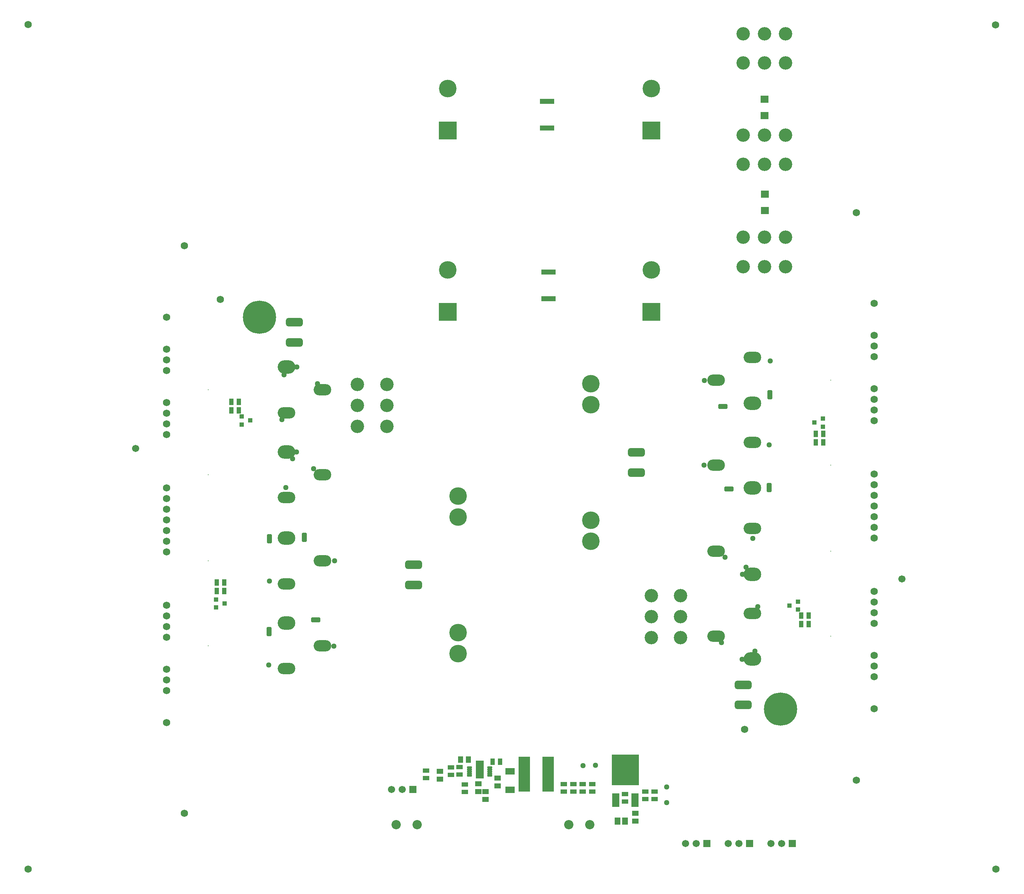
<source format=gts>
G04*
G04 #@! TF.GenerationSoftware,Altium Limited,Altium Designer,18.0.12 (696)*
G04*
G04 Layer_Color=8388736*
%FSLAX23Y23*%
%MOIN*%
G70*
G01*
G75*
%ADD20R,0.063X0.045*%
%ADD21R,0.063X0.043*%
%ADD22R,0.074X0.068*%
%ADD23R,0.043X0.039*%
%ADD24R,0.043X0.063*%
%ADD25R,0.053X0.065*%
G04:AMPARAMS|DCode=26|XSize=79mil|YSize=158mil|CornerRadius=22mil|HoleSize=0mil|Usage=FLASHONLY|Rotation=270.000|XOffset=0mil|YOffset=0mil|HoleType=Round|Shape=RoundedRectangle|*
%AMROUNDEDRECTD26*
21,1,0.079,0.114,0,0,270.0*
21,1,0.035,0.158,0,0,270.0*
1,1,0.043,-0.057,-0.018*
1,1,0.043,-0.057,0.018*
1,1,0.043,0.057,0.018*
1,1,0.043,0.057,-0.018*
%
%ADD26ROUNDEDRECTD26*%
G04:AMPARAMS|DCode=27|XSize=87mil|YSize=47mil|CornerRadius=14mil|HoleSize=0mil|Usage=FLASHONLY|Rotation=90.000|XOffset=0mil|YOffset=0mil|HoleType=Round|Shape=RoundedRectangle|*
%AMROUNDEDRECTD27*
21,1,0.087,0.020,0,0,90.0*
21,1,0.059,0.047,0,0,90.0*
1,1,0.028,0.010,0.030*
1,1,0.028,0.010,-0.030*
1,1,0.028,-0.010,-0.030*
1,1,0.028,-0.010,0.030*
%
%ADD27ROUNDEDRECTD27*%
G04:AMPARAMS|DCode=28|XSize=87mil|YSize=47mil|CornerRadius=14mil|HoleSize=0mil|Usage=FLASHONLY|Rotation=0.000|XOffset=0mil|YOffset=0mil|HoleType=Round|Shape=RoundedRectangle|*
%AMROUNDEDRECTD28*
21,1,0.087,0.020,0,0,0.0*
21,1,0.059,0.047,0,0,0.0*
1,1,0.028,0.030,-0.010*
1,1,0.028,-0.030,-0.010*
1,1,0.028,-0.030,0.010*
1,1,0.028,0.030,0.010*
%
%ADD28ROUNDEDRECTD28*%
%ADD29R,0.091X0.063*%
%ADD30R,0.110X0.331*%
%ADD31R,0.133X0.048*%
%ADD32R,0.045X0.063*%
G04:AMPARAMS|DCode=33|XSize=20mil|YSize=48mil|CornerRadius=7mil|HoleSize=0mil|Usage=FLASHONLY|Rotation=270.000|XOffset=0mil|YOffset=0mil|HoleType=Round|Shape=RoundedRectangle|*
%AMROUNDEDRECTD33*
21,1,0.020,0.034,0,0,270.0*
21,1,0.006,0.048,0,0,270.0*
1,1,0.014,-0.017,-0.003*
1,1,0.014,-0.017,0.003*
1,1,0.014,0.017,0.003*
1,1,0.014,0.017,-0.003*
%
%ADD33ROUNDEDRECTD33*%
%ADD34R,0.076X0.165*%
%ADD35R,0.252X0.291*%
%ADD36R,0.071X0.126*%
%ADD37O,0.165X0.126*%
%ADD38O,0.165X0.106*%
%ADD39C,0.008*%
%ADD40C,0.067*%
%ADD41R,0.067X0.067*%
%ADD42C,0.068*%
%ADD43C,0.087*%
%ADD44C,0.126*%
%ADD45C,0.051*%
%ADD46C,0.311*%
%ADD47C,0.165*%
%ADD48R,0.165X0.165*%
%ADD49C,0.028*%
D20*
X4593Y976D02*
D03*
Y1049D02*
D03*
X5881Y646D02*
D03*
Y719D02*
D03*
X4411Y996D02*
D03*
Y923D02*
D03*
X4479Y923D02*
D03*
Y850D02*
D03*
X4054Y1112D02*
D03*
Y1039D02*
D03*
D21*
X5975Y922D02*
D03*
Y852D02*
D03*
X6062Y922D02*
D03*
Y852D02*
D03*
X4237Y1081D02*
D03*
Y1151D02*
D03*
X4156Y1080D02*
D03*
Y1150D02*
D03*
X4286Y990D02*
D03*
Y920D02*
D03*
X5786Y898D02*
D03*
Y828D02*
D03*
X5479Y991D02*
D03*
Y921D02*
D03*
X5304Y991D02*
D03*
Y921D02*
D03*
X5389Y991D02*
D03*
Y921D02*
D03*
X5214Y991D02*
D03*
Y921D02*
D03*
X3924Y1119D02*
D03*
Y1049D02*
D03*
D22*
X7095Y6524D02*
D03*
Y6369D02*
D03*
X7091Y7414D02*
D03*
Y7258D02*
D03*
D23*
X2276Y4401D02*
D03*
X2197Y4363D02*
D03*
Y4438D02*
D03*
X2036Y2686D02*
D03*
X1957Y2649D02*
D03*
Y2724D02*
D03*
X7406Y2629D02*
D03*
Y2704D02*
D03*
X7327Y2666D02*
D03*
X7638Y4343D02*
D03*
Y4418D02*
D03*
X7559Y4381D02*
D03*
D24*
X7505Y2491D02*
D03*
X7435D02*
D03*
X7505Y2571D02*
D03*
X7435D02*
D03*
X2168Y4576D02*
D03*
X2098D02*
D03*
X2168Y4496D02*
D03*
X2098D02*
D03*
X2032Y2802D02*
D03*
X1962D02*
D03*
X2032Y2882D02*
D03*
X1962D02*
D03*
X7573Y4197D02*
D03*
X7643D02*
D03*
X7573Y4276D02*
D03*
X7643D02*
D03*
X4546Y1202D02*
D03*
X4616D02*
D03*
D25*
X5715Y647D02*
D03*
X5786D02*
D03*
D26*
X5894Y4101D02*
D03*
Y3912D02*
D03*
X3807Y2860D02*
D03*
Y3049D02*
D03*
X6894Y1924D02*
D03*
Y1735D02*
D03*
X2689Y5133D02*
D03*
Y5322D02*
D03*
D27*
X2451Y2424D02*
D03*
X2784Y3306D02*
D03*
X2457Y3294D02*
D03*
X7137Y3773D02*
D03*
X7143Y4641D02*
D03*
D28*
X2890Y2534D02*
D03*
X6704Y4533D02*
D03*
X6760Y3759D02*
D03*
D29*
X4710Y1113D02*
D03*
Y940D02*
D03*
D30*
X4844Y1086D02*
D03*
X5065D02*
D03*
D31*
X5068Y5542D02*
D03*
Y5792D02*
D03*
X5056Y7141D02*
D03*
Y7391D02*
D03*
D32*
X4319Y1221D02*
D03*
X4246D02*
D03*
D33*
X4330Y1149D02*
D03*
Y1130D02*
D03*
Y1110D02*
D03*
Y1090D02*
D03*
Y1071D02*
D03*
X4519D02*
D03*
Y1090D02*
D03*
Y1110D02*
D03*
Y1130D02*
D03*
Y1149D02*
D03*
D34*
X4425Y1130D02*
D03*
D35*
X5790Y1126D02*
D03*
D36*
X5880Y844D02*
D03*
X5700D02*
D03*
D37*
X2615Y2504D02*
D03*
X6979Y4563D02*
D03*
X2615Y3299D02*
D03*
X6979Y3768D02*
D03*
X2615Y4107D02*
D03*
X6979Y2960D02*
D03*
X2615Y4902D02*
D03*
X6979Y2165D02*
D03*
D38*
X2953Y2290D02*
D03*
X2615Y2075D02*
D03*
X6979Y4992D02*
D03*
X6640Y4778D02*
D03*
X2953Y3085D02*
D03*
X2615Y2870D02*
D03*
X6979Y4197D02*
D03*
X6640Y3982D02*
D03*
X2953Y3893D02*
D03*
X2615Y3678D02*
D03*
X6979Y3389D02*
D03*
X6640Y3175D02*
D03*
X2953Y4688D02*
D03*
X2615Y4473D02*
D03*
X6979Y2594D02*
D03*
X6640Y2379D02*
D03*
D39*
X1882Y2290D02*
D03*
X7712Y4778D02*
D03*
X1882Y3085D02*
D03*
X7712Y3982D02*
D03*
X1882Y3893D02*
D03*
X7712Y3175D02*
D03*
X1882Y4688D02*
D03*
X7712Y2379D02*
D03*
D40*
X6354Y437D02*
D03*
X6454D02*
D03*
X7254D02*
D03*
X7154D02*
D03*
X3600Y942D02*
D03*
X3700D02*
D03*
X1201Y4138D02*
D03*
X6854Y437D02*
D03*
X6754D02*
D03*
X8378Y2917D02*
D03*
D41*
X6554Y437D02*
D03*
X7354D02*
D03*
X3800Y942D02*
D03*
X6954Y437D02*
D03*
D42*
X8119Y5499D02*
D03*
Y1699D02*
D03*
Y3799D02*
D03*
Y3899D02*
D03*
Y4599D02*
D03*
Y4499D02*
D03*
Y2699D02*
D03*
Y2599D02*
D03*
Y3599D02*
D03*
Y3699D02*
D03*
Y3399D02*
D03*
Y3499D02*
D03*
Y3299D02*
D03*
Y4699D02*
D03*
Y4399D02*
D03*
Y2799D02*
D03*
Y2499D02*
D03*
Y4999D02*
D03*
Y2099D02*
D03*
Y5099D02*
D03*
Y2199D02*
D03*
Y5199D02*
D03*
Y1999D02*
D03*
X1494Y1568D02*
D03*
Y5368D02*
D03*
Y3268D02*
D03*
Y3168D02*
D03*
Y2468D02*
D03*
Y2568D02*
D03*
Y4368D02*
D03*
Y4468D02*
D03*
Y3468D02*
D03*
Y3368D02*
D03*
Y3668D02*
D03*
Y3568D02*
D03*
Y3768D02*
D03*
Y2368D02*
D03*
Y2668D02*
D03*
Y4268D02*
D03*
Y4568D02*
D03*
Y2068D02*
D03*
Y4968D02*
D03*
Y1968D02*
D03*
Y4868D02*
D03*
Y1868D02*
D03*
Y5068D02*
D03*
X9256Y8110D02*
D03*
X6905Y1505D02*
D03*
X195Y196D02*
D03*
X197Y8111D02*
D03*
X9260Y196D02*
D03*
X1996Y5535D02*
D03*
X1660Y720D02*
D03*
X7954Y1030D02*
D03*
X1660Y6038D02*
D03*
X7954Y6348D02*
D03*
D43*
X5456Y611D02*
D03*
X5259D02*
D03*
X3641D02*
D03*
X3838D02*
D03*
D44*
X6032Y2365D02*
D03*
Y2562D02*
D03*
Y2759D02*
D03*
X6307Y2365D02*
D03*
Y2562D02*
D03*
Y2759D02*
D03*
X3280Y4345D02*
D03*
Y4542D02*
D03*
Y4739D02*
D03*
X3555Y4345D02*
D03*
Y4542D02*
D03*
Y4739D02*
D03*
X7288Y5844D02*
D03*
X7091D02*
D03*
X6894D02*
D03*
X7288Y6120D02*
D03*
X7091D02*
D03*
X6894D02*
D03*
Y7076D02*
D03*
X7091D02*
D03*
X7288D02*
D03*
X6894Y6801D02*
D03*
X7091D02*
D03*
X7288D02*
D03*
Y7752D02*
D03*
X7091D02*
D03*
X6894D02*
D03*
X7288Y8027D02*
D03*
X7091D02*
D03*
X6894D02*
D03*
D45*
X5392Y1166D02*
D03*
X5509Y1170D02*
D03*
X6175Y819D02*
D03*
X6176Y966D02*
D03*
X2449Y2109D02*
D03*
X2610Y3771D02*
D03*
X3059Y2287D02*
D03*
X2709Y4107D02*
D03*
X2457Y2897D02*
D03*
X2571Y4408D02*
D03*
X3067Y3086D02*
D03*
X2906Y4747D02*
D03*
X2591Y4830D02*
D03*
X2673Y4042D02*
D03*
X2713Y4904D02*
D03*
X2870Y3948D02*
D03*
X6723Y3119D02*
D03*
X6881Y2163D02*
D03*
X6920Y3025D02*
D03*
X7003Y2238D02*
D03*
X6688Y2320D02*
D03*
X6527Y3982D02*
D03*
X7028Y2656D02*
D03*
X7137Y4171D02*
D03*
X6885Y2960D02*
D03*
X6530Y4777D02*
D03*
X6983Y3297D02*
D03*
X7145Y4958D02*
D03*
D46*
X7242Y1696D02*
D03*
X2362Y5369D02*
D03*
D47*
X4224Y2217D02*
D03*
Y3693D02*
D03*
Y3496D02*
D03*
Y2413D02*
D03*
X6032Y7513D02*
D03*
X4127D02*
D03*
Y5812D02*
D03*
X6032D02*
D03*
X5465Y4746D02*
D03*
Y3270D02*
D03*
Y3467D02*
D03*
Y4549D02*
D03*
D48*
X6032Y7119D02*
D03*
X4127D02*
D03*
Y5418D02*
D03*
X6032D02*
D03*
D49*
X7188Y1789D02*
D03*
X7296D02*
D03*
X7350Y1696D02*
D03*
X7296Y1602D02*
D03*
X7188D02*
D03*
X7134Y1696D02*
D03*
X2416Y5275D02*
D03*
X2308D02*
D03*
X2254Y5369D02*
D03*
X2308Y5463D02*
D03*
X2416D02*
D03*
X2471Y5369D02*
D03*
X4445Y1130D02*
D03*
X4405D02*
D03*
X4425Y1086D02*
D03*
M02*

</source>
